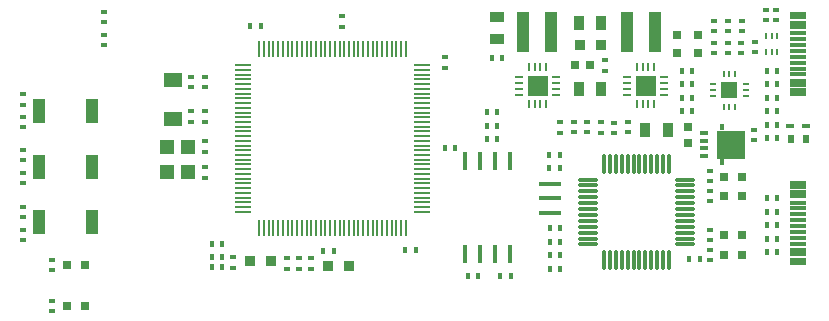
<source format=gtp>
G04*
G04 #@! TF.GenerationSoftware,Altium Limited,Altium Designer,21.1.1 (26)*
G04*
G04 Layer_Color=8421504*
%FSLAX25Y25*%
%MOIN*%
G70*
G04*
G04 #@! TF.SameCoordinates,DA73CDCF-2591-419C-BC5F-B2C7988706A4*
G04*
G04*
G04 #@! TF.FilePolarity,Positive*
G04*
G01*
G75*
%ADD22R,0.01575X0.01968*%
%ADD23R,0.01654X0.06000*%
%ADD24R,0.01968X0.01575*%
%ADD25R,0.06693X0.06693*%
%ADD26R,0.05709X0.05709*%
%ADD27R,0.03500X0.05000*%
%ADD28R,0.03000X0.03000*%
%ADD29R,0.00984X0.03150*%
%ADD30R,0.04134X0.07874*%
%ADD31O,0.00787X0.05512*%
%ADD32O,0.05512X0.00787*%
%ADD33R,0.02953X0.01575*%
%ADD34R,0.09449X0.09646*%
%ADD35R,0.01575X0.02087*%
%ADD36R,0.02953X0.03150*%
%ADD37O,0.07087X0.01100*%
%ADD38O,0.01100X0.07087*%
%ADD39R,0.03150X0.00984*%
%ADD40R,0.02559X0.01181*%
%ADD41R,0.02165X0.03150*%
G04:AMPARAMS|DCode=42|XSize=15.75mil|YSize=74.8mil|CornerRadius=3.94mil|HoleSize=0mil|Usage=FLASHONLY|Rotation=270.000|XOffset=0mil|YOffset=0mil|HoleType=Round|Shape=RoundedRectangle|*
%AMROUNDEDRECTD42*
21,1,0.01575,0.06693,0,0,270.0*
21,1,0.00787,0.07480,0,0,270.0*
1,1,0.00787,-0.03347,-0.00394*
1,1,0.00787,-0.03347,0.00394*
1,1,0.00787,0.03347,0.00394*
1,1,0.00787,0.03347,-0.00394*
%
%ADD42ROUNDEDRECTD42*%
%ADD43R,0.03858X0.13386*%
%ADD44R,0.03150X0.02953*%
%ADD45R,0.00984X0.02362*%
%ADD46R,0.02362X0.00984*%
%ADD47R,0.05000X0.03500*%
%ADD48R,0.03000X0.03000*%
%ADD49R,0.03500X0.03500*%
%ADD50R,0.05709X0.01181*%
%ADD51R,0.04724X0.05118*%
%ADD52R,0.05906X0.04724*%
D22*
X1432958Y1267929D02*
D03*
X1429612D02*
D03*
X1437483Y1213428D02*
D03*
X1433940Y1213429D02*
D03*
X1497771Y1277228D02*
D03*
X1494425D02*
D03*
Y1268260D02*
D03*
X1497771D02*
D03*
X1494425Y1272760D02*
D03*
X1497771D02*
D03*
Y1281728D02*
D03*
X1494425D02*
D03*
X1432883Y1258928D02*
D03*
X1429537D02*
D03*
X1429517Y1263287D02*
D03*
X1432864D02*
D03*
X1526372Y1272728D02*
D03*
X1522829Y1272729D02*
D03*
X1526175Y1277260D02*
D03*
X1522829D02*
D03*
X1522828Y1281760D02*
D03*
X1526371Y1281760D02*
D03*
X1526175Y1268228D02*
D03*
X1522829D02*
D03*
X1522828Y1263729D02*
D03*
X1526371Y1263728D02*
D03*
X1523000Y1259500D02*
D03*
X1526346D02*
D03*
X1450340Y1249229D02*
D03*
X1453883Y1249228D02*
D03*
X1450340Y1253729D02*
D03*
X1453883Y1253728D02*
D03*
X1526155Y1239228D02*
D03*
X1522808D02*
D03*
X1526155Y1221228D02*
D03*
X1522808D02*
D03*
Y1234728D02*
D03*
X1526155D02*
D03*
Y1230228D02*
D03*
X1522808D02*
D03*
X1526155Y1225728D02*
D03*
X1522808D02*
D03*
X1374883Y1221728D02*
D03*
X1378426Y1221728D02*
D03*
X1405726Y1222031D02*
D03*
X1402183Y1222031D02*
D03*
X1418926Y1256128D02*
D03*
X1415383Y1256128D02*
D03*
X1337728Y1224000D02*
D03*
X1341271Y1224000D02*
D03*
X1354183Y1296729D02*
D03*
X1350640Y1296729D02*
D03*
X1500543Y1219000D02*
D03*
X1497000Y1219000D02*
D03*
X1431229Y1286000D02*
D03*
X1434575D02*
D03*
X1341154Y1216228D02*
D03*
X1337808D02*
D03*
X1341154Y1219728D02*
D03*
X1337808D02*
D03*
X1426483Y1213428D02*
D03*
X1423137D02*
D03*
X1450537Y1224728D02*
D03*
X1453883D02*
D03*
X1450537Y1220228D02*
D03*
X1453883D02*
D03*
X1450537Y1215728D02*
D03*
X1453883D02*
D03*
Y1229228D02*
D03*
X1450537D02*
D03*
D23*
X1437377Y1251822D02*
D03*
X1432377D02*
D03*
X1427377D02*
D03*
X1422377D02*
D03*
X1437377Y1220720D02*
D03*
X1422377D02*
D03*
X1427377D02*
D03*
X1432377D02*
D03*
D24*
X1509871Y1295154D02*
D03*
Y1298500D02*
D03*
X1505371Y1295154D02*
D03*
Y1298500D02*
D03*
X1519000Y1291271D02*
D03*
Y1287925D02*
D03*
X1514500Y1298500D02*
D03*
Y1295154D02*
D03*
X1458383Y1264575D02*
D03*
Y1261228D02*
D03*
X1462883Y1264575D02*
D03*
Y1261228D02*
D03*
X1472000Y1261154D02*
D03*
Y1264500D02*
D03*
X1467383Y1264728D02*
D03*
X1467383Y1261185D02*
D03*
X1476500Y1264575D02*
D03*
Y1261229D02*
D03*
X1453883Y1264728D02*
D03*
X1453883Y1261185D02*
D03*
X1274783Y1266304D02*
D03*
Y1262957D02*
D03*
X1274784Y1274000D02*
D03*
X1274783Y1270457D02*
D03*
X1518500Y1258654D02*
D03*
Y1262000D02*
D03*
X1504000Y1238229D02*
D03*
Y1241575D02*
D03*
X1284500Y1201729D02*
D03*
Y1205075D02*
D03*
X1284500Y1218771D02*
D03*
Y1215425D02*
D03*
X1504000Y1218729D02*
D03*
Y1222075D02*
D03*
Y1228771D02*
D03*
Y1225425D02*
D03*
X1302000Y1301500D02*
D03*
Y1298153D02*
D03*
Y1290500D02*
D03*
Y1293847D02*
D03*
X1504000Y1248300D02*
D03*
Y1244954D02*
D03*
X1522383Y1298728D02*
D03*
Y1302075D02*
D03*
X1509871Y1291106D02*
D03*
Y1287760D02*
D03*
X1505371Y1291106D02*
D03*
Y1287760D02*
D03*
X1514371Y1291106D02*
D03*
Y1287760D02*
D03*
X1525883Y1298728D02*
D03*
Y1302075D02*
D03*
X1381083Y1300074D02*
D03*
X1381083Y1296531D02*
D03*
X1335383Y1276228D02*
D03*
X1335384Y1279771D02*
D03*
X1415384Y1286371D02*
D03*
X1415383Y1282828D02*
D03*
X1335384Y1268271D02*
D03*
X1335383Y1264728D02*
D03*
X1344883Y1216185D02*
D03*
X1344883Y1219728D02*
D03*
X1362883Y1219228D02*
D03*
X1362883Y1215685D02*
D03*
X1366883D02*
D03*
X1366883Y1219228D02*
D03*
X1370883Y1215685D02*
D03*
X1370883Y1219228D02*
D03*
X1335384Y1258271D02*
D03*
X1335383Y1254728D02*
D03*
X1335383Y1246185D02*
D03*
X1335383Y1249728D02*
D03*
X1274883Y1251957D02*
D03*
X1274883Y1255500D02*
D03*
X1330884Y1279771D02*
D03*
X1330883Y1276228D02*
D03*
X1330883Y1264685D02*
D03*
X1330883Y1268228D02*
D03*
X1274883Y1232957D02*
D03*
X1274883Y1236500D02*
D03*
X1468883Y1281882D02*
D03*
Y1285228D02*
D03*
X1274883Y1244457D02*
D03*
Y1247803D02*
D03*
Y1225457D02*
D03*
Y1228804D02*
D03*
D25*
X1446383Y1276728D02*
D03*
X1482383D02*
D03*
D26*
X1510371Y1275260D02*
D03*
D27*
X1489740Y1262000D02*
D03*
X1482259D02*
D03*
X1460122Y1275728D02*
D03*
X1467602D02*
D03*
X1460122Y1297728D02*
D03*
X1467602D02*
D03*
D28*
X1496500Y1263000D02*
D03*
Y1257882D02*
D03*
D29*
X1481399Y1270728D02*
D03*
X1483367D02*
D03*
X1485336D02*
D03*
X1479430D02*
D03*
Y1282929D02*
D03*
X1481399D02*
D03*
X1483367D02*
D03*
X1485336D02*
D03*
X1449336Y1270728D02*
D03*
X1447367D02*
D03*
X1445399D02*
D03*
X1443430D02*
D03*
Y1282929D02*
D03*
X1445399D02*
D03*
X1447367D02*
D03*
X1449336D02*
D03*
D30*
X1297883Y1268228D02*
D03*
X1280363D02*
D03*
Y1231228D02*
D03*
X1297883D02*
D03*
X1280363Y1249728D02*
D03*
X1297883D02*
D03*
D31*
X1353637Y1288950D02*
D03*
X1355212D02*
D03*
X1356786D02*
D03*
X1358361D02*
D03*
X1359936D02*
D03*
X1361511D02*
D03*
X1363085D02*
D03*
X1364660D02*
D03*
X1366235D02*
D03*
X1367810D02*
D03*
X1369385D02*
D03*
X1370960D02*
D03*
X1372534D02*
D03*
X1374109D02*
D03*
X1375684D02*
D03*
X1377259D02*
D03*
X1378834D02*
D03*
X1380408D02*
D03*
X1381983D02*
D03*
X1383558D02*
D03*
X1385133D02*
D03*
X1386708D02*
D03*
X1388282D02*
D03*
X1389857D02*
D03*
X1391432D02*
D03*
X1393007D02*
D03*
X1394582D02*
D03*
X1396156D02*
D03*
X1397731D02*
D03*
X1399306D02*
D03*
X1400881D02*
D03*
X1402456D02*
D03*
X1396156Y1229507D02*
D03*
X1402456Y1229507D02*
D03*
X1400881Y1229507D02*
D03*
X1399306Y1229507D02*
D03*
X1397731Y1229507D02*
D03*
X1394582D02*
D03*
X1393007D02*
D03*
X1391432D02*
D03*
X1389857D02*
D03*
X1388282D02*
D03*
X1386708D02*
D03*
X1385133D02*
D03*
X1383558Y1229507D02*
D03*
X1381983D02*
D03*
X1380408D02*
D03*
X1378834Y1229507D02*
D03*
X1377259D02*
D03*
X1375684D02*
D03*
X1374109D02*
D03*
X1372534D02*
D03*
X1370959D02*
D03*
X1369385D02*
D03*
X1367810D02*
D03*
X1366235Y1229507D02*
D03*
X1364660Y1229507D02*
D03*
X1363085Y1229507D02*
D03*
X1361511Y1229507D02*
D03*
X1359936Y1229507D02*
D03*
X1358361Y1229507D02*
D03*
X1356786D02*
D03*
X1355212D02*
D03*
X1353637D02*
D03*
D32*
X1407767Y1283638D02*
D03*
Y1282063D02*
D03*
Y1280488D02*
D03*
Y1278913D02*
D03*
Y1277339D02*
D03*
Y1275764D02*
D03*
Y1274189D02*
D03*
Y1272614D02*
D03*
Y1271039D02*
D03*
Y1269465D02*
D03*
Y1267890D02*
D03*
Y1266315D02*
D03*
Y1264740D02*
D03*
Y1263165D02*
D03*
Y1261591D02*
D03*
Y1260016D02*
D03*
Y1258441D02*
D03*
Y1256866D02*
D03*
Y1255291D02*
D03*
Y1253716D02*
D03*
Y1252142D02*
D03*
Y1250567D02*
D03*
Y1248992D02*
D03*
Y1247417D02*
D03*
Y1245842D02*
D03*
Y1244268D02*
D03*
Y1242693D02*
D03*
Y1241118D02*
D03*
Y1239543D02*
D03*
Y1237969D02*
D03*
Y1236394D02*
D03*
X1348325Y1234819D02*
D03*
Y1236394D02*
D03*
Y1237969D02*
D03*
Y1239543D02*
D03*
X1348325Y1241118D02*
D03*
X1348325Y1242693D02*
D03*
X1348325Y1244268D02*
D03*
X1348325Y1245842D02*
D03*
Y1247417D02*
D03*
Y1248992D02*
D03*
Y1250567D02*
D03*
Y1252142D02*
D03*
Y1253716D02*
D03*
Y1255291D02*
D03*
Y1256866D02*
D03*
Y1258441D02*
D03*
Y1260016D02*
D03*
Y1261591D02*
D03*
X1348325Y1263165D02*
D03*
X1348325Y1264740D02*
D03*
X1348325Y1266315D02*
D03*
X1348325Y1267890D02*
D03*
Y1269465D02*
D03*
Y1271039D02*
D03*
Y1272614D02*
D03*
Y1274189D02*
D03*
Y1275764D02*
D03*
Y1277339D02*
D03*
Y1278913D02*
D03*
X1348325Y1280488D02*
D03*
X1348325Y1282063D02*
D03*
X1407767Y1234819D02*
D03*
X1348325Y1283638D02*
D03*
D33*
X1502000Y1253382D02*
D03*
Y1261059D02*
D03*
Y1255941D02*
D03*
Y1258500D02*
D03*
D34*
X1510760Y1257220D02*
D03*
D35*
X1508004Y1251354D02*
D03*
Y1263087D02*
D03*
D36*
X1289404Y1203428D02*
D03*
X1295507D02*
D03*
X1289404Y1216928D02*
D03*
X1295507D02*
D03*
X1508500Y1227000D02*
D03*
X1514602D02*
D03*
X1508500Y1220500D02*
D03*
X1514602D02*
D03*
X1508500Y1246500D02*
D03*
X1514602D02*
D03*
X1508500Y1240000D02*
D03*
X1514602D02*
D03*
D37*
X1463338Y1245555D02*
D03*
Y1243587D02*
D03*
Y1241618D02*
D03*
Y1239650D02*
D03*
Y1237681D02*
D03*
Y1235713D02*
D03*
Y1233744D02*
D03*
Y1231776D02*
D03*
Y1229807D02*
D03*
Y1227839D02*
D03*
Y1225870D02*
D03*
Y1223902D02*
D03*
X1495428D02*
D03*
Y1225870D02*
D03*
Y1227839D02*
D03*
Y1229807D02*
D03*
Y1231776D02*
D03*
Y1233744D02*
D03*
Y1235713D02*
D03*
Y1237681D02*
D03*
Y1239650D02*
D03*
Y1241618D02*
D03*
Y1243587D02*
D03*
Y1245555D02*
D03*
D38*
X1468556Y1218684D02*
D03*
X1470525D02*
D03*
X1472493D02*
D03*
X1474462D02*
D03*
X1476430D02*
D03*
X1478399D02*
D03*
X1480367D02*
D03*
X1482336D02*
D03*
X1484304D02*
D03*
X1486273D02*
D03*
X1488241D02*
D03*
X1490210D02*
D03*
Y1250773D02*
D03*
X1488241D02*
D03*
X1486273D02*
D03*
X1484304D02*
D03*
X1482336D02*
D03*
X1480367D02*
D03*
X1478399D02*
D03*
X1476430D02*
D03*
X1474462D02*
D03*
X1472493D02*
D03*
X1470525D02*
D03*
X1468556D02*
D03*
D39*
X1488484Y1279681D02*
D03*
Y1277713D02*
D03*
Y1275744D02*
D03*
Y1273776D02*
D03*
X1476282D02*
D03*
Y1275744D02*
D03*
Y1277713D02*
D03*
Y1279681D02*
D03*
X1452484D02*
D03*
Y1277713D02*
D03*
Y1275744D02*
D03*
Y1273776D02*
D03*
X1440282D02*
D03*
Y1275744D02*
D03*
Y1277713D02*
D03*
Y1279681D02*
D03*
D40*
X1535815Y1263500D02*
D03*
X1530500D02*
D03*
D41*
X1531000Y1259000D02*
D03*
X1535921D02*
D03*
D42*
X1450383Y1243953D02*
D03*
Y1239228D02*
D03*
Y1234504D02*
D03*
D43*
X1485383Y1294728D02*
D03*
X1476052D02*
D03*
X1450883D02*
D03*
X1441553D02*
D03*
D44*
X1499900Y1293700D02*
D03*
Y1287597D02*
D03*
X1493000Y1293700D02*
D03*
Y1287597D02*
D03*
D45*
X1508403Y1280772D02*
D03*
X1510371D02*
D03*
X1512340D02*
D03*
X1508403Y1269748D02*
D03*
X1510371D02*
D03*
X1512340D02*
D03*
X1522415Y1293287D02*
D03*
X1524383D02*
D03*
X1526352D02*
D03*
X1522415Y1288169D02*
D03*
X1524383D02*
D03*
X1526352D02*
D03*
D46*
X1504860Y1273291D02*
D03*
Y1275260D02*
D03*
Y1277228D02*
D03*
X1515883Y1273291D02*
D03*
Y1275260D02*
D03*
Y1277228D02*
D03*
D47*
X1432883Y1299709D02*
D03*
Y1292228D02*
D03*
D48*
X1463883Y1283728D02*
D03*
X1458765D02*
D03*
D49*
X1460555Y1290228D02*
D03*
X1467555D02*
D03*
X1376383Y1216728D02*
D03*
X1383383D02*
D03*
X1357383Y1218228D02*
D03*
X1350383D02*
D03*
D50*
X1533320Y1237881D02*
D03*
Y1235912D02*
D03*
Y1224101D02*
D03*
Y1226070D02*
D03*
Y1231975D02*
D03*
Y1230007D02*
D03*
Y1228038D02*
D03*
Y1233944D02*
D03*
Y1240046D02*
D03*
Y1241227D02*
D03*
Y1221936D02*
D03*
Y1220755D02*
D03*
Y1244377D02*
D03*
Y1243196D02*
D03*
Y1218786D02*
D03*
Y1217605D02*
D03*
X1533379Y1294348D02*
D03*
Y1292379D02*
D03*
Y1280568D02*
D03*
Y1282537D02*
D03*
Y1288442D02*
D03*
Y1286474D02*
D03*
Y1284505D02*
D03*
Y1290411D02*
D03*
Y1296513D02*
D03*
Y1297694D02*
D03*
Y1278403D02*
D03*
Y1277222D02*
D03*
Y1300844D02*
D03*
Y1299663D02*
D03*
Y1275253D02*
D03*
Y1274072D02*
D03*
D51*
X1323037Y1256362D02*
D03*
Y1248094D02*
D03*
X1329730D02*
D03*
Y1256362D02*
D03*
D52*
X1324883Y1265732D02*
D03*
Y1278724D02*
D03*
M02*

</source>
